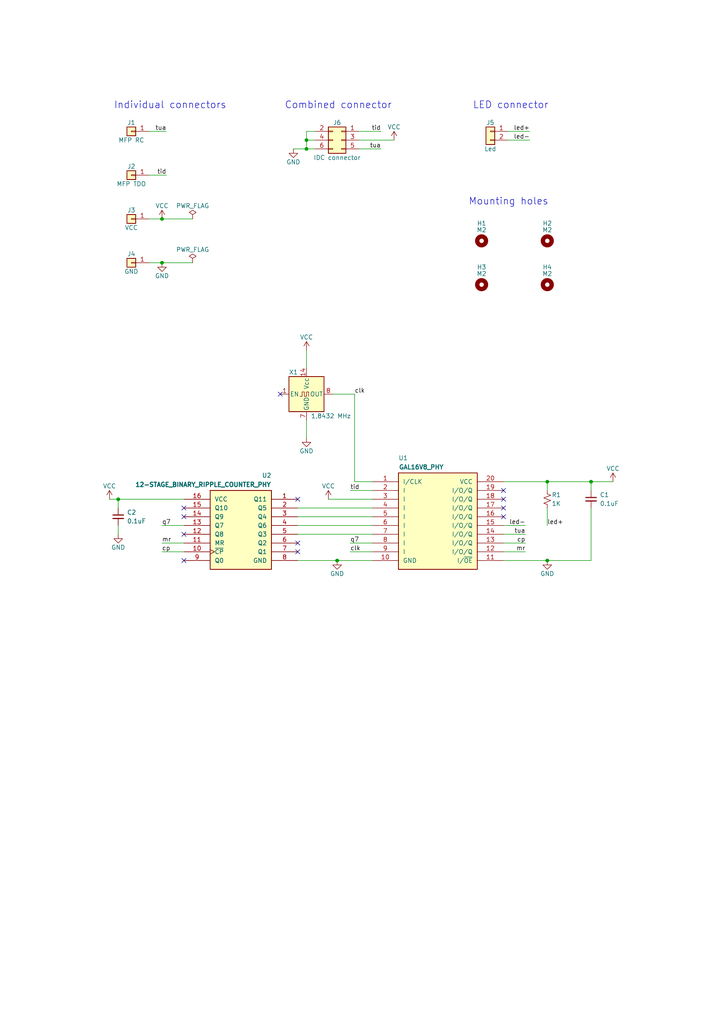
<source format=kicad_sch>
(kicad_sch (version 20211123) (generator eeschema)
  (paper "A4" portrait)
  (title_block (title "RSVE, higher baudrates for the serial port of the Atari ST") (date "2022-11-10") (rev "v1.0.0") (company "Remake by Sporniket") (comment 3 "https://github.com/sporniket/atari-st-mod-serial-port-upgrade-rsve") (comment 4 "original repository"))
  (lib_symbols
    (symbol "74x4040:12-STAGE_BINARY_RIPPLE_COUNTER_PHY" (pin_names (offset 1.27))
      (property "Reference" "U" (at -8.89 16.51 0))
      (property "Value" "12-STAGE_BINARY_RIPPLE_COUNTER_PHY" (at -8.89 13.97 0))
      (symbol "12-STAGE_BINARY_RIPPLE_COUNTER_PHY_0_0"
        (rectangle (start -8.89 11.43) (end 8.89 -11.43) (stroke (width 0.254)) (fill (type background)))
        (pin output line (at -16.51 8.89 0) (length 7.62) (name "Q11") (number "1"))
        (pin input clock (at 16.51 -6.35 180) (length 7.62) (name "~{CP}") (number "10"))
        (pin input line (at 16.51 -3.81 180) (length 7.62) (name "MR") (number "11"))
        (pin output line (at 16.51 -1.27 180) (length 7.62) (name "Q8") (number "12"))
        (pin output line (at 16.51 1.27 180) (length 7.62) (name "Q7") (number "13"))
        (pin output line (at 16.51 3.81 180) (length 7.62) (name "Q9") (number "14"))
        (pin output line (at 16.51 6.35 180) (length 7.62) (name "Q10") (number "15"))
        (pin power_in line (at 16.51 8.89 180) (length 7.62) (name "VCC") (number "16"))
        (pin output line (at -16.51 6.35 0) (length 7.62) (name "Q5") (number "2"))
        (pin output line (at -16.51 3.81 0) (length 7.62) (name "Q4") (number "3"))
        (pin output line (at -16.51 1.27 0) (length 7.62) (name "Q6") (number "4"))
        (pin output line (at -16.51 -1.27 0) (length 7.62) (name "Q3") (number "5"))
        (pin output line (at -16.51 -3.81 0) (length 7.62) (name "Q2") (number "6"))
        (pin output line (at -16.51 -6.35 0) (length 7.62) (name "Q1") (number "7"))
        (pin power_in line (at -16.51 -8.89 0) (length 7.62) (name "GND") (number "8"))
        (pin output line (at 16.51 -8.89 180) (length 7.62) (name "Q0") (number "9"))
      )
    )
    (symbol "Connector_Generic:Conn_01x01" (pin_names (offset 1.016) hide)
      (property "Reference" "J" (at 0 2.54 0))
      (property "Value" "Conn_01x01" (at 0 -2.54 0))
      (symbol "Conn_01x01_1_1"
        (rectangle (start -1.27 0.127) (end 0 -0.127) (stroke (width 0.1524)))
        (rectangle (start -1.27 1.27) (end 1.27 -1.27) (stroke (width 0.254)) (fill (type background)))
        (pin passive line (at -5.08 0 0) (length 3.81) (name "Pin_1") (number "1"))
      )
    )
    (symbol "Connector_Generic:Conn_01x02" (pin_names (offset 1.016) hide)
      (property "Reference" "J" (at 0 2.54 0))
      (property "Value" "Conn_01x02" (at 0 -5.08 0))
      (symbol "Conn_01x02_1_1"
        (rectangle (start -1.27 -2.413) (end 0 -2.667) (stroke (width 0.1524)))
        (rectangle (start -1.27 0.127) (end 0 -0.127) (stroke (width 0.1524)))
        (rectangle (start -1.27 1.27) (end 1.27 -3.81) (stroke (width 0.254)) (fill (type background)))
        (pin passive line (at -5.08 0 0) (length 3.81) (name "Pin_1") (number "1"))
        (pin passive line (at -5.08 -2.54 0) (length 3.81) (name "Pin_2") (number "2"))
      )
    )
    (symbol "Connector_Generic:Conn_02x03_Odd_Even" (pin_names (offset 1.016) hide)
      (property "Reference" "J" (at 1.27 5.08 0))
      (property "Value" "Conn_02x03_Odd_Even" (at 1.27 -5.08 0))
      (symbol "Conn_02x03_Odd_Even_1_1"
        (rectangle (start -1.27 -2.413) (end 0 -2.667) (stroke (width 0.1524)))
        (rectangle (start -1.27 0.127) (end 0 -0.127) (stroke (width 0.1524)))
        (rectangle (start -1.27 2.667) (end 0 2.413) (stroke (width 0.1524)))
        (rectangle (start -1.27 3.81) (end 3.81 -3.81) (stroke (width 0.254)) (fill (type background)))
        (rectangle (start 3.81 -2.413) (end 2.54 -2.667) (stroke (width 0.1524)))
        (rectangle (start 3.81 0.127) (end 2.54 -0.127) (stroke (width 0.1524)))
        (rectangle (start 3.81 2.667) (end 2.54 2.413) (stroke (width 0.1524)))
        (pin passive line (at -5.08 2.54 0) (length 3.81) (name "Pin_1") (number "1"))
        (pin passive line (at 7.62 2.54 180) (length 3.81) (name "Pin_2") (number "2"))
        (pin passive line (at -5.08 0 0) (length 3.81) (name "Pin_3") (number "3"))
        (pin passive line (at 7.62 0 180) (length 3.81) (name "Pin_4") (number "4"))
        (pin passive line (at -5.08 -2.54 0) (length 3.81) (name "Pin_5") (number "5"))
        (pin passive line (at 7.62 -2.54 180) (length 3.81) (name "Pin_6") (number "6"))
      )
    )
    (symbol "Device:C_Small" (pin_numbers hide) (pin_names (offset 0.254) hide)
      (property "Reference" "C" (at 0.254 1.778 0))
      (property "Value" "C_Small" (at 0.254 -2.032 0))
      (symbol "C_Small_0_1"
        (polyline (pts (xy -1.524 -0.508) (xy 1.524 -0.508)) (stroke (width 0.3302)))
        (polyline (pts (xy -1.524 0.508) (xy 1.524 0.508)) (stroke (width 0.3048)))
      )
      (symbol "C_Small_1_1"
        (pin passive line (at 0 2.54 270) (length 2.032) (name "~") (number "1"))
        (pin passive line (at 0 -2.54 90) (length 2.032) (name "~") (number "2"))
      )
    )
    (symbol "Device:R_Small_US" (pin_numbers hide) (pin_names (offset 0.254) hide)
      (property "Reference" "R" (at 0.762 0.508 0))
      (property "Value" "R_Small_US" (at 0.762 -1.016 0))
      (symbol "R_Small_US_1_1"
        (polyline (pts (xy 0 0) (xy 1.016 -0.381) (xy 0 -0.762) (xy -1.016 -1.143) (xy 0 -1.524)))
        (polyline (pts (xy 0 1.524) (xy 1.016 1.143) (xy 0 0.762) (xy -1.016 0.381) (xy 0 0)))
        (pin passive line (at 0 2.54 270) (length 1.016) (name "~") (number "1"))
        (pin passive line (at 0 -2.54 90) (length 1.016) (name "~") (number "2"))
      )
    )
    (symbol "Mechanical:MountingHole" (pin_names (offset 1.016))
      (property "Reference" "H" (at 0 5.08 0))
      (property "Value" "MountingHole" (at 0 3.175 0))
      (symbol "MountingHole_0_1"
        (circle (center 0 0) (radius 1.27) (stroke (width 1.27)))
      )
    )
    (symbol "Oscillator:CXO_DIP14" (pin_names (offset 0.254))
      (property "Reference" "X" (at -5.08 6.35 0))
      (property "Value" "CXO_DIP14" (at 1.27 -6.35 0))
      (symbol "CXO_DIP14_0_1"
        (rectangle (start -5.08 5.08) (end 5.08 -5.08) (stroke (width 0.254)) (fill (type background)))
        (polyline (pts (xy -1.905 -0.635) (xy -1.27 -0.635) (xy -1.27 0.635) (xy -0.635 0.635) (xy -0.635 -0.635) (xy 0 -0.635) (xy 0 0.635) (xy 0.635 0.635) (xy 0.635 -0.635)))
      )
      (symbol "CXO_DIP14_1_1"
        (pin input line (at -7.62 0 0) (length 2.54) (name "EN") (number "1"))
        (pin power_in line (at 0 7.62 270) (length 2.54) (name "Vcc") (number "14"))
        (pin power_in line (at 0 -7.62 90) (length 2.54) (name "GND") (number "7"))
        (pin output line (at 7.62 0 180) (length 2.54) (name "OUT") (number "8"))
      )
    )
    (symbol "gal16v8:GAL16V8_PHY" (pin_names (offset 1.27))
      (property "Reference" "U" (at 0 0 0))
      (property "Value" "GAL16V8_PHY" (at 0 0 0))
      (symbol "GAL16V8_PHY_0_0"
        (rectangle (start -11.43 13.97) (end 11.43 -13.97) (stroke (width 0.254)) (fill (type background)))
        (pin input line (at -19.05 11.43 0) (length 7.62) (name "I/CLK") (number "1"))
        (pin power_in line (at -19.05 -11.43 0) (length 7.62) (name "GND") (number "10"))
        (pin input line (at 19.05 -11.43 180) (length 7.62) (name "I/~{OE}") (number "11"))
        (pin bidirectional line (at 19.05 -8.89 180) (length 7.62) (name "I/O/Q") (number "12"))
        (pin bidirectional line (at 19.05 -6.35 180) (length 7.62) (name "I/O/Q") (number "13"))
        (pin bidirectional line (at 19.05 -3.81 180) (length 7.62) (name "I/O/Q") (number "14"))
        (pin bidirectional line (at 19.05 -1.27 180) (length 7.62) (name "I/O/Q") (number "15"))
        (pin bidirectional line (at 19.05 1.27 180) (length 7.62) (name "I/O/Q") (number "16"))
        (pin bidirectional line (at 19.05 3.81 180) (length 7.62) (name "I/O/Q") (number "17"))
        (pin bidirectional line (at 19.05 6.35 180) (length 7.62) (name "I/O/Q") (number "18"))
        (pin bidirectional line (at 19.05 8.89 180) (length 7.62) (name "I/O/Q") (number "19"))
        (pin input line (at -19.05 8.89 0) (length 7.62) (name "I") (number "2"))
        (pin power_in line (at 19.05 11.43 180) (length 7.62) (name "VCC") (number "20"))
        (pin input line (at -19.05 6.35 0) (length 7.62) (name "I") (number "3"))
        (pin input line (at -19.05 3.81 0) (length 7.62) (name "I") (number "4"))
        (pin input line (at -19.05 1.27 0) (length 7.62) (name "I") (number "5"))
        (pin input line (at -19.05 -1.27 0) (length 7.62) (name "I") (number "6"))
        (pin input line (at -19.05 -3.81 0) (length 7.62) (name "I") (number "7"))
        (pin input line (at -19.05 -6.35 0) (length 7.62) (name "I") (number "8"))
        (pin input line (at -19.05 -8.89 0) (length 7.62) (name "I") (number "9"))
      )
    )
    (symbol "power:GND" (power) (pin_names (offset 0))
      (property "Value" "GND" (at 0 -3.81 0))
      (symbol "GND_0_1"
        (polyline (pts (xy 0 0) (xy 0 -1.27) (xy 1.27 -1.27) (xy 0 -2.54) (xy -1.27 -1.27) (xy 0 -1.27)))
      )
      (symbol "GND_1_1"
        (pin power_in line (at 0 0 270) (length 0) hide (name "GND") (number "1"))
      )
    )
    (symbol "power:PWR_FLAG" (power) (pin_numbers hide) (pin_names (offset 0) hide)
      (property "Value" "PWR_FLAG" (at 0 3.81 0))
      (symbol "PWR_FLAG_0_0"
        (pin power_out line (at 0 0 90) (length 0) (name "pwr") (number "1"))
      )
      (symbol "PWR_FLAG_0_1"
        (polyline (pts (xy 0 0) (xy 0 1.27) (xy -1.016 1.905) (xy 0 2.54) (xy 1.016 1.905) (xy 0 1.27)))
      )
    )
    (symbol "power:VCC" (power) (pin_names (offset 0))
      (property "Value" "VCC" (at 0 3.81 0))
      (symbol "VCC_0_1"
        (polyline (pts (xy -0.762 1.27) (xy 0 2.54)))
        (polyline (pts (xy 0 0) (xy 0 2.54)))
        (polyline (pts (xy 0 2.54) (xy 0.762 1.27)))
      )
      (symbol "VCC_1_1"
        (pin power_in line (at 0 0 90) (length 0) hide (name "VCC") (number "1"))
      )
    )
  )
  (junction (at 88.9 43.18))
  (junction (at 97.79 162.56))
  (junction (at 158.75 162.56))
  (junction (at 46.99 76.2))
  (junction (at 34.29 144.78))
  (junction (at 88.9 40.64))
  (junction (at 46.99 63.5))
  (junction (at 158.75 139.7))
  (junction (at 171.45 139.7))
  (no_connect (at 86.36 157.48))
  (no_connect (at 146.05 142.24))
  (no_connect (at 81.28 114.3))
  (no_connect (at 53.34 149.86))
  (no_connect (at 146.05 149.86))
  (no_connect (at 146.05 147.32))
  (no_connect (at 53.34 147.32))
  (no_connect (at 53.34 162.56))
  (no_connect (at 86.36 160.02))
  (no_connect (at 53.34 154.94))
  (no_connect (at 86.36 144.78))
  (no_connect (at 146.05 144.78))
  (wire (pts (xy 46.99 157.48) (xy 53.34 157.48)))
  (wire (pts (xy 88.9 38.1) (xy 91.44 38.1)))
  (wire (pts (xy 86.36 152.4) (xy 107.95 152.4)))
  (wire (pts (xy 88.9 43.18) (xy 91.44 43.18)))
  (wire (pts (xy 86.36 147.32) (xy 107.95 147.32)))
  (wire (pts (xy 171.45 162.56) (xy 171.45 147.32)))
  (wire (pts (xy 104.14 40.64) (xy 114.3 40.64)))
  (wire (pts (xy 171.45 139.7) (xy 177.8 139.7)))
  (wire (pts (xy 102.87 139.7) (xy 107.95 139.7)))
  (wire (pts (xy 88.9 106.68) (xy 88.9 101.6)))
  (wire (pts (xy 158.75 162.56) (xy 171.45 162.56)))
  (wire (pts (xy 88.9 40.64) (xy 91.44 40.64)))
  (wire (pts (xy 86.36 162.56) (xy 97.79 162.56)))
  (wire (pts (xy 104.14 38.1) (xy 110.49 38.1)))
  (wire (pts (xy 86.36 154.94) (xy 107.95 154.94)))
  (wire (pts (xy 158.75 142.24) (xy 158.75 139.7)))
  (wire (pts (xy 43.18 50.8) (xy 48.26 50.8)))
  (wire (pts (xy 153.67 40.64) (xy 147.32 40.64)))
  (wire (pts (xy 53.34 144.78) (xy 34.29 144.78)))
  (wire (pts (xy 146.05 160.02) (xy 152.4 160.02)))
  (wire (pts (xy 101.6 160.02) (xy 107.95 160.02)))
  (wire (pts (xy 34.29 154.94) (xy 34.29 152.4)))
  (wire (pts (xy 97.79 162.56) (xy 107.95 162.56)))
  (wire (pts (xy 152.4 154.94) (xy 146.05 154.94)))
  (wire (pts (xy 46.99 152.4) (xy 53.34 152.4)))
  (wire (pts (xy 104.14 43.18) (xy 110.49 43.18)))
  (wire (pts (xy 46.99 63.5) (xy 55.88 63.5)))
  (wire (pts (xy 158.75 152.4) (xy 158.75 147.32)))
  (wire (pts (xy 95.25 144.78) (xy 107.95 144.78)))
  (wire (pts (xy 88.9 38.1) (xy 88.9 40.64)))
  (wire (pts (xy 152.4 152.4) (xy 146.05 152.4)))
  (wire (pts (xy 102.87 114.3) (xy 102.87 139.7)))
  (wire (pts (xy 146.05 157.48) (xy 152.4 157.48)))
  (wire (pts (xy 171.45 142.24) (xy 171.45 139.7)))
  (wire (pts (xy 147.32 38.1) (xy 153.67 38.1)))
  (wire (pts (xy 101.6 142.24) (xy 107.95 142.24)))
  (wire (pts (xy 146.05 139.7) (xy 158.75 139.7)))
  (wire (pts (xy 146.05 162.56) (xy 158.75 162.56)))
  (wire (pts (xy 34.29 144.78) (xy 31.75 144.78)))
  (wire (pts (xy 101.6 157.48) (xy 107.95 157.48)))
  (wire (pts (xy 43.18 76.2) (xy 46.99 76.2)))
  (wire (pts (xy 96.52 114.3) (xy 102.87 114.3)))
  (wire (pts (xy 158.75 139.7) (xy 171.45 139.7)))
  (wire (pts (xy 34.29 147.32) (xy 34.29 144.78)))
  (wire (pts (xy 48.26 38.1) (xy 43.18 38.1)))
  (wire (pts (xy 88.9 121.92) (xy 88.9 127)))
  (wire (pts (xy 46.99 76.2) (xy 55.88 76.2)))
  (wire (pts (xy 43.18 63.5) (xy 46.99 63.5)))
  (wire (pts (xy 88.9 43.18) (xy 85.09 43.18)))
  (wire (pts (xy 46.99 160.02) (xy 53.34 160.02)))
  (wire (pts (xy 88.9 40.64) (xy 88.9 43.18)))
  (wire (pts (xy 86.36 149.86) (xy 107.95 149.86)))
  (text "Mounting holes" (at 135.89 59.69 0) (effects (font (size 2.0066 2.0066)) (justify left bottom)))
  (text "Combined connector" (at 82.55 31.75 0) (effects (font (size 2.0066 2.0066)) (justify left bottom)))
  (text "Individual connectors" (at 33.02 31.75 0) (effects (font (size 2.0066 2.0066)) (justify left bottom)))
  (text "LED connector" (at 137.16 31.75 0) (effects (font (size 2.0066 2.0066)) (justify left bottom)))
  (label "clk" (at 101.6 160.02 0))
  (label "tid" (at 110.49 38.1 180))
  (label "led-" (at 152.4 152.4 180))
  (label "tua" (at 152.4 154.94 180))
  (label "mr" (at 46.99 157.48 0))
  (label "q7" (at 46.99 152.4 0))
  (label "tua" (at 48.26 38.1 180))
  (label "tid" (at 101.6 142.24 0))
  (label "tua" (at 110.49 43.18 180))
  (label "led+" (at 153.67 38.1 180))
  (label "q7" (at 101.6 157.48 0))
  (label "mr" (at 152.4 160.02 180))
  (label "led-" (at 153.67 40.64 180))
  (label "clk" (at 102.87 114.3 0))
  (label "cp" (at 152.4 157.48 180))
  (label "led+" (at 158.75 152.4 0))
  (label "tid" (at 48.26 50.8 180))
  (label "cp" (at 46.99 160.02 0))
  (symbol (lib_id "74x4040:12-STAGE_BINARY_RIPPLE_COUNTER_PHY") (at 69.85 153.67 0) (mirror y) (unit 1)
    (property "Reference" "U2" (at 78.74 137.16 0) (effects (justify left top)))
    (property "Value" "12-STAGE_BINARY_RIPPLE_COUNTER_PHY" (at 78.74 139.7 0) (effects (font bold) (justify left top)))
    (property "Footprint" "Package_DIP:DIP-16_W7.62mm_LongPads" (effects hide))
    (property "Datasheet" "https://assets.nexperia.com/documents/data-sheet/74HC_HCT4040.pdf" (effects hide))
  )
  (symbol (lib_id "Oscillator:CXO_DIP14") (at 88.9 114.3 0) (unit 1)
    (property "Reference" "X1" (at 83.82 107.95 0) (effects (justify left)))
    (property "Value" "1,8432 MHz" (at 90.17 120.65 0) (effects (justify left)))
    (property "Footprint" "Oscillator:Oscillator_DIP-14" (effects hide))
    (property "Datasheet" "http://cdn-reichelt.de/documents/datenblatt/B400/OSZI.pdf" (effects hide))
  )
  (symbol (lib_id "gal16v8:GAL16V8_PHY") (at 127 151.13 0) (unit 1)
    (property "Reference" "U1" (at 115.57 132.08 0) (effects (justify left top)))
    (property "Value" "GAL16V8_PHY" (at 115.57 134.62 0) (effects (font bold) (justify left top)))
    (property "Footprint" "Package_DIP:DIP-20_W7.62mm_LongPads" (effects hide))
  )
  (symbol (lib_id "power:VCC") (at 31.75 144.78 0) (unit 1)
    (property "Reference" "#PWR06" (effects hide))
    (property "Value" "VCC" (at 31.75 140.97 0))
  )
  (symbol (lib_id "power:VCC") (at 177.8 139.7 0) (unit 1)
    (property "Reference" "#PWR05" (effects hide))
    (property "Value" "VCC" (at 177.8 135.89 0))
  )
  (symbol (lib_id "power:VCC") (at 88.9 101.6 0) (unit 1)
    (property "Reference" "#PWR03" (effects hide))
    (property "Value" "VCC" (at 88.9 97.79 0))
  )
  (symbol (lib_id "power:GND") (at 97.79 162.56 0) (unit 1)
    (property "Reference" "#PWR08" (effects hide))
    (property "Value" "GND" (at 97.79 166.37 0))
  )
  (symbol (lib_id "power:GND") (at 158.75 162.56 0) (unit 1)
    (property "Reference" "#PWR09" (effects hide))
    (property "Value" "GND" (at 158.75 166.37 0))
  )
  (symbol (lib_id "power:VCC") (at 95.25 144.78 0) (unit 1)
    (property "Reference" "#PWR07" (effects hide))
    (property "Value" "VCC" (at 95.25 140.97 0))
  )
  (symbol (lib_id "Connector_Generic:Conn_01x01") (at 38.1 50.8 0) (mirror y) (unit 1)
    (property "Reference" "J2" (at 38.1 48.26 0))
    (property "Value" "MFP TDO" (at 38.1 53.34 0))
    (property "Footprint" "Connector_PinHeader_2.54mm:PinHeader_1x01_P2.54mm_Vertical" (effects hide))
  )
  (symbol (lib_id "Connector_Generic:Conn_01x01") (at 38.1 38.1 0) (mirror y) (unit 1)
    (property "Reference" "J1" (at 38.1 35.56 0))
    (property "Value" "MFP RC" (at 38.1 40.64 0))
    (property "Footprint" "Connector_PinHeader_2.54mm:PinHeader_1x01_P2.54mm_Vertical" (effects hide))
  )
  (symbol (lib_id "Connector_Generic:Conn_01x02") (at 142.24 38.1 0) (mirror y) (unit 1)
    (property "Reference" "J5" (at 142.24 35.56 0))
    (property "Value" "Led" (at 142.24 43.18 0))
    (property "Footprint" "Connector_PinHeader_2.54mm:PinHeader_1x02_P2.54mm_Vertical" (effects hide))
  )
  (symbol (lib_id "power:GND") (at 88.9 127 0) (unit 1)
    (property "Reference" "#PWR04" (effects hide))
    (property "Value" "GND" (at 88.9 130.81 0))
  )
  (symbol (lib_id "Device:R_Small_US") (at 158.75 144.78 0) (unit 1)
    (property "Reference" "R1" (at 160.02 143.51 0) (effects (justify left)))
    (property "Value" "1K" (at 160.02 146.05 0) (effects (justify left)))
    (property "Footprint" "commons-passives_THT:Passive_THT_resistor_W2.54mm_L10.16mm" (effects hide))
  )
  (symbol (lib_id "Device:C_Small") (at 171.45 144.78 0) (unit 1)
    (property "Reference" "C1" (at 173.99 143.51 0) (effects (justify left)))
    (property "Value" "0.1uF" (at 173.99 146.05 0) (effects (justify left)))
    (property "Footprint" "commons-passives_THT:Passive_THT_capacitor_mlcc_W2.54mm_L7.62mm" (effects hide))
  )
  (symbol (lib_id "power:VCC") (at 46.99 63.5 0) (unit 1)
    (property "Reference" "#PWR01" (effects hide))
    (property "Value" "VCC" (at 46.99 59.69 0))
  )
  (symbol (lib_id "power:GND") (at 46.99 76.2 0) (unit 1)
    (property "Reference" "#PWR02" (effects hide))
    (property "Value" "GND" (at 46.99 80.01 0))
  )
  (symbol (lib_id "power:PWR_FLAG") (at 55.88 63.5 0) (unit 1)
    (property "Reference" "#FLG01" (effects hide))
    (property "Value" "PWR_FLAG" (at 55.88 59.69 0))
  )
  (symbol (lib_id "Connector_Generic:Conn_01x01") (at 38.1 63.5 0) (mirror y) (unit 1)
    (property "Reference" "J3" (at 38.1 60.96 0))
    (property "Value" "VCC" (at 38.1 66.04 0))
    (property "Footprint" "Connector_PinHeader_2.54mm:PinHeader_1x01_P2.54mm_Vertical" (effects hide))
  )
  (symbol (lib_id "Connector_Generic:Conn_01x01") (at 38.1 76.2 0) (mirror y) (unit 1)
    (property "Reference" "J4" (at 38.1 73.66 0))
    (property "Value" "GND" (at 38.1 78.74 0))
    (property "Footprint" "Connector_PinHeader_2.54mm:PinHeader_1x01_P2.54mm_Vertical" (effects hide))
  )
  (symbol (lib_id "power:PWR_FLAG") (at 55.88 76.2 0) (unit 1)
    (property "Reference" "#FLG02" (effects hide))
    (property "Value" "PWR_FLAG" (at 55.88 72.39 0))
  )
  (symbol (lib_id "Connector_Generic:Conn_02x03_Odd_Even") (at 99.06 40.64 0) (mirror y) (unit 1)
    (property "Reference" "J6" (at 97.79 35.56 0))
    (property "Value" "IDC connector" (at 97.79 45.72 0))
    (property "Footprint" "Connector_IDC:IDC-Header_2x03_P2.54mm_Horizontal" (effects hide))
  )
  (symbol (lib_id "power:GND") (at 85.09 43.18 0) (unit 1)
    (property "Reference" "#PWR012" (effects hide))
    (property "Value" "GND" (at 85.09 46.99 0))
  )
  (symbol (lib_id "power:VCC") (at 114.3 40.64 0) (unit 1)
    (property "Reference" "#PWR011" (effects hide))
    (property "Value" "VCC" (at 114.3 36.83 0))
  )
  (symbol (lib_id "Mechanical:MountingHole") (at 139.7 69.85 0) (unit 1)
    (property "Reference" "H1" (at 139.7 64.77 0))
    (property "Value" "M2" (at 139.7 66.675 0))
    (property "Footprint" "MountingHole:MountingHole_2.2mm_M2" (effects hide))
  )
  (symbol (lib_id "Mechanical:MountingHole") (at 158.75 69.85 0) (unit 1)
    (property "Reference" "H2" (at 158.75 64.77 0))
    (property "Value" "M2" (at 158.75 66.675 0))
    (property "Footprint" "MountingHole:MountingHole_2.2mm_M2" (effects hide))
  )
  (symbol (lib_id "Mechanical:MountingHole") (at 139.7 82.55 0) (unit 1)
    (property "Reference" "H3" (at 139.7 77.47 0))
    (property "Value" "M2" (at 139.7 79.375 0))
    (property "Footprint" "MountingHole:MountingHole_2.2mm_M2" (effects hide))
  )
  (symbol (lib_id "Mechanical:MountingHole") (at 158.75 82.55 0) (unit 1)
    (property "Reference" "H4" (at 158.75 77.47 0))
    (property "Value" "M2" (at 158.75 79.375 0))
    (property "Footprint" "MountingHole:MountingHole_2.2mm_M2" (effects hide))
  )
  (symbol (lib_id "Device:C_Small") (at 34.29 149.86 0) (unit 1)
    (property "Reference" "C2" (at 36.83 148.59 0) (effects (justify left)))
    (property "Value" "0.1uF" (at 36.83 151.13 0) (effects (justify left)))
    (property "Footprint" "commons-passives_THT:Passive_THT_capacitor_mlcc_W2.54mm_L7.62mm" (effects hide))
  )
  (symbol (lib_id "power:GND") (at 34.29 154.94 0) (unit 1)
    (property "Reference" "#PWR010" (effects hide))
    (property "Value" "GND" (at 34.29 158.75 0))
  )
)
</source>
